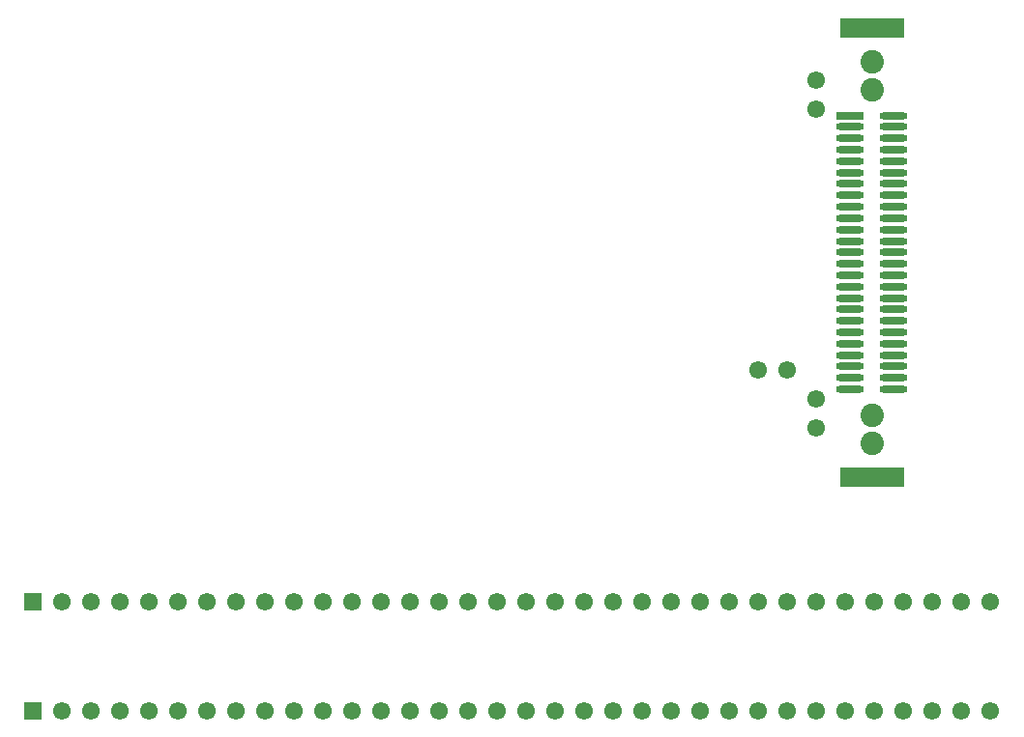
<source format=gts>
G04*
G04 #@! TF.GenerationSoftware,Altium Limited,Altium Designer,19.1.8 (144)*
G04*
G04 Layer_Color=8388736*
%FSLAX44Y44*%
%MOMM*%
G71*
G01*
G75*
%ADD15R,5.5508X1.8008*%
%ADD16O,2.4508X0.6508*%
%ADD17R,2.4508X0.6508*%
%ADD18C,1.5508*%
%ADD19R,1.5508X1.5508*%
%ADD20C,2.0508*%
D15*
X753400Y224500D02*
D03*
Y618500D02*
D03*
D16*
X772400Y301500D02*
D03*
Y311500D02*
D03*
Y321500D02*
D03*
Y331500D02*
D03*
Y341500D02*
D03*
Y351500D02*
D03*
Y361500D02*
D03*
Y371500D02*
D03*
Y381500D02*
D03*
Y391500D02*
D03*
Y401500D02*
D03*
Y411500D02*
D03*
Y421500D02*
D03*
Y431500D02*
D03*
Y441500D02*
D03*
Y451500D02*
D03*
Y461500D02*
D03*
Y471500D02*
D03*
Y481500D02*
D03*
Y491500D02*
D03*
Y501500D02*
D03*
Y511500D02*
D03*
Y521500D02*
D03*
Y531500D02*
D03*
Y541500D02*
D03*
X734400Y301500D02*
D03*
Y311500D02*
D03*
Y321500D02*
D03*
Y331500D02*
D03*
Y341500D02*
D03*
Y351500D02*
D03*
Y361500D02*
D03*
Y371500D02*
D03*
Y381500D02*
D03*
Y391500D02*
D03*
Y401500D02*
D03*
Y411500D02*
D03*
Y421500D02*
D03*
Y431500D02*
D03*
Y441500D02*
D03*
Y451500D02*
D03*
Y461500D02*
D03*
Y471500D02*
D03*
Y481500D02*
D03*
Y491500D02*
D03*
Y501500D02*
D03*
Y511500D02*
D03*
Y521500D02*
D03*
Y531500D02*
D03*
D17*
Y541500D02*
D03*
D18*
X704850Y267550D02*
D03*
Y292950D02*
D03*
X654050Y318350D02*
D03*
X679450D02*
D03*
X704850Y572350D02*
D03*
Y546950D02*
D03*
X857250Y19900D02*
D03*
X831850D02*
D03*
X806450D02*
D03*
X781050D02*
D03*
X755650D02*
D03*
X730250D02*
D03*
X704850D02*
D03*
X679450D02*
D03*
X654050D02*
D03*
X628650D02*
D03*
X603250D02*
D03*
X577850D02*
D03*
X552450D02*
D03*
X527050D02*
D03*
X501650D02*
D03*
X476250D02*
D03*
X450850D02*
D03*
X425450D02*
D03*
X400050D02*
D03*
X374650D02*
D03*
X349250D02*
D03*
X323850D02*
D03*
X298450D02*
D03*
X273050D02*
D03*
X247650D02*
D03*
X222250D02*
D03*
X196850D02*
D03*
X171450D02*
D03*
X146050D02*
D03*
X120650D02*
D03*
X95250D02*
D03*
X69850D02*
D03*
X44450D02*
D03*
X857250Y115150D02*
D03*
X831850D02*
D03*
X806450D02*
D03*
X781050D02*
D03*
X755650D02*
D03*
X730250D02*
D03*
X704850D02*
D03*
X679450D02*
D03*
X654050D02*
D03*
X628650D02*
D03*
X603250D02*
D03*
X577850D02*
D03*
X552450D02*
D03*
X527050D02*
D03*
X501650D02*
D03*
X476250D02*
D03*
X450850D02*
D03*
X425450D02*
D03*
X400050D02*
D03*
X374650D02*
D03*
X349250D02*
D03*
X323850D02*
D03*
X298450D02*
D03*
X273050D02*
D03*
X247650D02*
D03*
X222250D02*
D03*
X196850D02*
D03*
X171450D02*
D03*
X146050D02*
D03*
X120650D02*
D03*
X95250D02*
D03*
X69850D02*
D03*
X44450D02*
D03*
D19*
X19050Y19900D02*
D03*
Y115150D02*
D03*
D20*
X753400Y279000D02*
D03*
Y564000D02*
D03*
Y588500D02*
D03*
Y254500D02*
D03*
M02*

</source>
